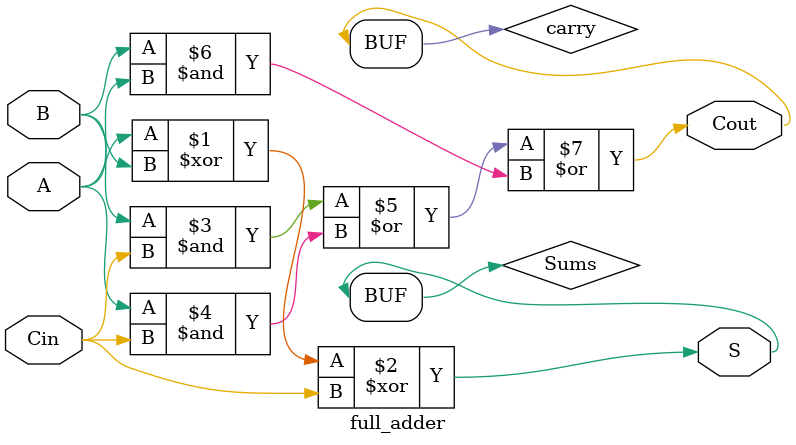
<source format=v>
`timescale 1ns / 1ps


module full_adder(
    input wire A,
    input wire B,
    input wire Cin,
    output wire S,
    output wire Cout
    );
    
    wire Sums;
    wire carry;
    assign Sums = (A^B^Cin);
    assign carry = (B & Cin) | (A & Cin) | (B & A);
    
    assign S = Sums;
    assign Cout = carry;
    
    
endmodule

</source>
